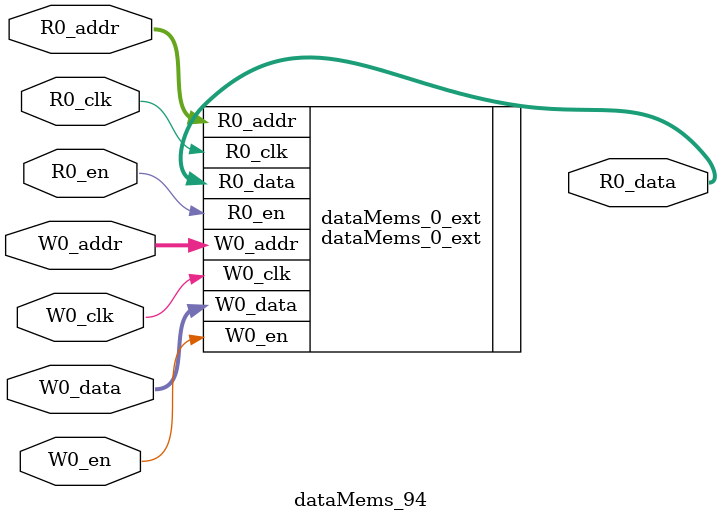
<source format=sv>
`ifndef RANDOMIZE
  `ifdef RANDOMIZE_REG_INIT
    `define RANDOMIZE
  `endif // RANDOMIZE_REG_INIT
`endif // not def RANDOMIZE
`ifndef RANDOMIZE
  `ifdef RANDOMIZE_MEM_INIT
    `define RANDOMIZE
  `endif // RANDOMIZE_MEM_INIT
`endif // not def RANDOMIZE

`ifndef RANDOM
  `define RANDOM $random
`endif // not def RANDOM

// Users can define 'PRINTF_COND' to add an extra gate to prints.
`ifndef PRINTF_COND_
  `ifdef PRINTF_COND
    `define PRINTF_COND_ (`PRINTF_COND)
  `else  // PRINTF_COND
    `define PRINTF_COND_ 1
  `endif // PRINTF_COND
`endif // not def PRINTF_COND_

// Users can define 'ASSERT_VERBOSE_COND' to add an extra gate to assert error printing.
`ifndef ASSERT_VERBOSE_COND_
  `ifdef ASSERT_VERBOSE_COND
    `define ASSERT_VERBOSE_COND_ (`ASSERT_VERBOSE_COND)
  `else  // ASSERT_VERBOSE_COND
    `define ASSERT_VERBOSE_COND_ 1
  `endif // ASSERT_VERBOSE_COND
`endif // not def ASSERT_VERBOSE_COND_

// Users can define 'STOP_COND' to add an extra gate to stop conditions.
`ifndef STOP_COND_
  `ifdef STOP_COND
    `define STOP_COND_ (`STOP_COND)
  `else  // STOP_COND
    `define STOP_COND_ 1
  `endif // STOP_COND
`endif // not def STOP_COND_

// Users can define INIT_RANDOM as general code that gets injected into the
// initializer block for modules with registers.
`ifndef INIT_RANDOM
  `define INIT_RANDOM
`endif // not def INIT_RANDOM

// If using random initialization, you can also define RANDOMIZE_DELAY to
// customize the delay used, otherwise 0.002 is used.
`ifndef RANDOMIZE_DELAY
  `define RANDOMIZE_DELAY 0.002
`endif // not def RANDOMIZE_DELAY

// Define INIT_RANDOM_PROLOG_ for use in our modules below.
`ifndef INIT_RANDOM_PROLOG_
  `ifdef RANDOMIZE
    `ifdef VERILATOR
      `define INIT_RANDOM_PROLOG_ `INIT_RANDOM
    `else  // VERILATOR
      `define INIT_RANDOM_PROLOG_ `INIT_RANDOM #`RANDOMIZE_DELAY begin end
    `endif // VERILATOR
  `else  // RANDOMIZE
    `define INIT_RANDOM_PROLOG_
  `endif // RANDOMIZE
`endif // not def INIT_RANDOM_PROLOG_

// Include register initializers in init blocks unless synthesis is set
`ifndef SYNTHESIS
  `ifndef ENABLE_INITIAL_REG_
    `define ENABLE_INITIAL_REG_
  `endif // not def ENABLE_INITIAL_REG_
`endif // not def SYNTHESIS

// Include rmemory initializers in init blocks unless synthesis is set
`ifndef SYNTHESIS
  `ifndef ENABLE_INITIAL_MEM_
    `define ENABLE_INITIAL_MEM_
  `endif // not def ENABLE_INITIAL_MEM_
`endif // not def SYNTHESIS

module dataMems_94(	// @[generators/ara/src/main/scala/UnsafeAXI4ToTL.scala:365:62]
  input  [4:0]  R0_addr,
  input         R0_en,
  input         R0_clk,
  output [66:0] R0_data,
  input  [4:0]  W0_addr,
  input         W0_en,
  input         W0_clk,
  input  [66:0] W0_data
);

  dataMems_0_ext dataMems_0_ext (	// @[generators/ara/src/main/scala/UnsafeAXI4ToTL.scala:365:62]
    .R0_addr (R0_addr),
    .R0_en   (R0_en),
    .R0_clk  (R0_clk),
    .R0_data (R0_data),
    .W0_addr (W0_addr),
    .W0_en   (W0_en),
    .W0_clk  (W0_clk),
    .W0_data (W0_data)
  );
endmodule


</source>
